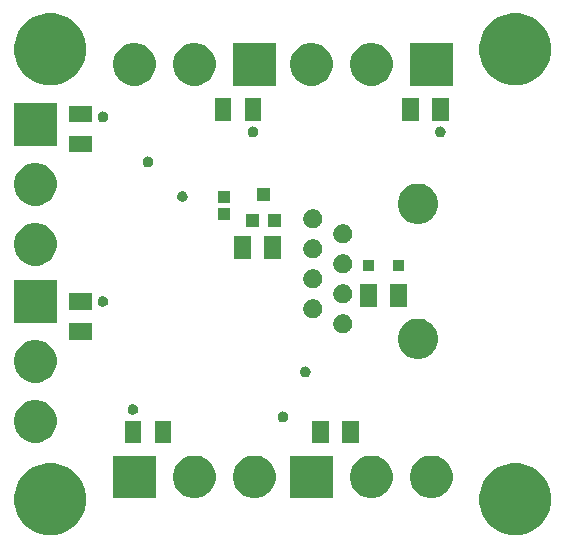
<source format=gbs>
G04 #@! TF.GenerationSoftware,KiCad,Pcbnew,(5.1.6)-1*
G04 #@! TF.CreationDate,2023-04-30T23:16:11+02:00*
G04 #@! TF.ProjectId,hub-1-wire,6875622d-312d-4776-9972-652e6b696361,rev?*
G04 #@! TF.SameCoordinates,Original*
G04 #@! TF.FileFunction,Soldermask,Bot*
G04 #@! TF.FilePolarity,Negative*
%FSLAX46Y46*%
G04 Gerber Fmt 4.6, Leading zero omitted, Abs format (unit mm)*
G04 Created by KiCad (PCBNEW (5.1.6)-1) date 2023-04-30 23:16:11*
%MOMM*%
%LPD*%
G01*
G04 APERTURE LIST*
%ADD10C,0.100000*%
G04 APERTURE END LIST*
D10*
G36*
X237109943Y-108826248D02*
G01*
X237665189Y-109056238D01*
X237665190Y-109056239D01*
X238164899Y-109390134D01*
X238589866Y-109815101D01*
X238589867Y-109815103D01*
X238923762Y-110314811D01*
X239153752Y-110870057D01*
X239271000Y-111459501D01*
X239271000Y-112060499D01*
X239153752Y-112649943D01*
X238923762Y-113205189D01*
X238923761Y-113205190D01*
X238589866Y-113704899D01*
X238164899Y-114129866D01*
X237913347Y-114297948D01*
X237665189Y-114463762D01*
X237109943Y-114693752D01*
X236520499Y-114811000D01*
X235919501Y-114811000D01*
X235330057Y-114693752D01*
X234774811Y-114463762D01*
X234526653Y-114297948D01*
X234275101Y-114129866D01*
X233850134Y-113704899D01*
X233516239Y-113205190D01*
X233516238Y-113205189D01*
X233286248Y-112649943D01*
X233169000Y-112060499D01*
X233169000Y-111459501D01*
X233286248Y-110870057D01*
X233516238Y-110314811D01*
X233850133Y-109815103D01*
X233850134Y-109815101D01*
X234275101Y-109390134D01*
X234774810Y-109056239D01*
X234774811Y-109056238D01*
X235330057Y-108826248D01*
X235919501Y-108709000D01*
X236520499Y-108709000D01*
X237109943Y-108826248D01*
G37*
G36*
X197739943Y-108826248D02*
G01*
X198295189Y-109056238D01*
X198295190Y-109056239D01*
X198794899Y-109390134D01*
X199219866Y-109815101D01*
X199219867Y-109815103D01*
X199553762Y-110314811D01*
X199783752Y-110870057D01*
X199901000Y-111459501D01*
X199901000Y-112060499D01*
X199783752Y-112649943D01*
X199553762Y-113205189D01*
X199553761Y-113205190D01*
X199219866Y-113704899D01*
X198794899Y-114129866D01*
X198543347Y-114297948D01*
X198295189Y-114463762D01*
X197739943Y-114693752D01*
X197150499Y-114811000D01*
X196549501Y-114811000D01*
X195960057Y-114693752D01*
X195404811Y-114463762D01*
X195156653Y-114297948D01*
X194905101Y-114129866D01*
X194480134Y-113704899D01*
X194146239Y-113205190D01*
X194146238Y-113205189D01*
X193916248Y-112649943D01*
X193799000Y-112060499D01*
X193799000Y-111459501D01*
X193916248Y-110870057D01*
X194146238Y-110314811D01*
X194480133Y-109815103D01*
X194480134Y-109815101D01*
X194905101Y-109390134D01*
X195404810Y-109056239D01*
X195404811Y-109056238D01*
X195960057Y-108826248D01*
X196549501Y-108709000D01*
X197150499Y-108709000D01*
X197739943Y-108826248D01*
G37*
G36*
X214647331Y-108123211D02*
G01*
X214975092Y-108258974D01*
X215270070Y-108456072D01*
X215520928Y-108706930D01*
X215718026Y-109001908D01*
X215853789Y-109329669D01*
X215923000Y-109677616D01*
X215923000Y-110032384D01*
X215853789Y-110380331D01*
X215718026Y-110708092D01*
X215520928Y-111003070D01*
X215270070Y-111253928D01*
X214975092Y-111451026D01*
X214647331Y-111586789D01*
X214299384Y-111656000D01*
X213944616Y-111656000D01*
X213596669Y-111586789D01*
X213268908Y-111451026D01*
X212973930Y-111253928D01*
X212723072Y-111003070D01*
X212525974Y-110708092D01*
X212390211Y-110380331D01*
X212321000Y-110032384D01*
X212321000Y-109677616D01*
X212390211Y-109329669D01*
X212525974Y-109001908D01*
X212723072Y-108706930D01*
X212973930Y-108456072D01*
X213268908Y-108258974D01*
X213596669Y-108123211D01*
X213944616Y-108054000D01*
X214299384Y-108054000D01*
X214647331Y-108123211D01*
G37*
G36*
X205763000Y-111656000D02*
G01*
X202161000Y-111656000D01*
X202161000Y-108054000D01*
X205763000Y-108054000D01*
X205763000Y-111656000D01*
G37*
G36*
X224553331Y-108123211D02*
G01*
X224881092Y-108258974D01*
X225176070Y-108456072D01*
X225426928Y-108706930D01*
X225624026Y-109001908D01*
X225759789Y-109329669D01*
X225829000Y-109677616D01*
X225829000Y-110032384D01*
X225759789Y-110380331D01*
X225624026Y-110708092D01*
X225426928Y-111003070D01*
X225176070Y-111253928D01*
X224881092Y-111451026D01*
X224553331Y-111586789D01*
X224205384Y-111656000D01*
X223850616Y-111656000D01*
X223502669Y-111586789D01*
X223174908Y-111451026D01*
X222879930Y-111253928D01*
X222629072Y-111003070D01*
X222431974Y-110708092D01*
X222296211Y-110380331D01*
X222227000Y-110032384D01*
X222227000Y-109677616D01*
X222296211Y-109329669D01*
X222431974Y-109001908D01*
X222629072Y-108706930D01*
X222879930Y-108456072D01*
X223174908Y-108258974D01*
X223502669Y-108123211D01*
X223850616Y-108054000D01*
X224205384Y-108054000D01*
X224553331Y-108123211D01*
G37*
G36*
X229633331Y-108123211D02*
G01*
X229961092Y-108258974D01*
X230256070Y-108456072D01*
X230506928Y-108706930D01*
X230704026Y-109001908D01*
X230839789Y-109329669D01*
X230909000Y-109677616D01*
X230909000Y-110032384D01*
X230839789Y-110380331D01*
X230704026Y-110708092D01*
X230506928Y-111003070D01*
X230256070Y-111253928D01*
X229961092Y-111451026D01*
X229633331Y-111586789D01*
X229285384Y-111656000D01*
X228930616Y-111656000D01*
X228582669Y-111586789D01*
X228254908Y-111451026D01*
X227959930Y-111253928D01*
X227709072Y-111003070D01*
X227511974Y-110708092D01*
X227376211Y-110380331D01*
X227307000Y-110032384D01*
X227307000Y-109677616D01*
X227376211Y-109329669D01*
X227511974Y-109001908D01*
X227709072Y-108706930D01*
X227959930Y-108456072D01*
X228254908Y-108258974D01*
X228582669Y-108123211D01*
X228930616Y-108054000D01*
X229285384Y-108054000D01*
X229633331Y-108123211D01*
G37*
G36*
X220749000Y-111656000D02*
G01*
X217147000Y-111656000D01*
X217147000Y-108054000D01*
X220749000Y-108054000D01*
X220749000Y-111656000D01*
G37*
G36*
X209567331Y-108123211D02*
G01*
X209895092Y-108258974D01*
X210190070Y-108456072D01*
X210440928Y-108706930D01*
X210638026Y-109001908D01*
X210773789Y-109329669D01*
X210843000Y-109677616D01*
X210843000Y-110032384D01*
X210773789Y-110380331D01*
X210638026Y-110708092D01*
X210440928Y-111003070D01*
X210190070Y-111253928D01*
X209895092Y-111451026D01*
X209567331Y-111586789D01*
X209219384Y-111656000D01*
X208864616Y-111656000D01*
X208516669Y-111586789D01*
X208188908Y-111451026D01*
X207893930Y-111253928D01*
X207643072Y-111003070D01*
X207445974Y-110708092D01*
X207310211Y-110380331D01*
X207241000Y-110032384D01*
X207241000Y-109677616D01*
X207310211Y-109329669D01*
X207445974Y-109001908D01*
X207643072Y-108706930D01*
X207893930Y-108456072D01*
X208188908Y-108258974D01*
X208516669Y-108123211D01*
X208864616Y-108054000D01*
X209219384Y-108054000D01*
X209567331Y-108123211D01*
G37*
G36*
X204536000Y-106996000D02*
G01*
X203134000Y-106996000D01*
X203134000Y-105094000D01*
X204536000Y-105094000D01*
X204536000Y-106996000D01*
G37*
G36*
X222951000Y-106996000D02*
G01*
X221549000Y-106996000D01*
X221549000Y-105094000D01*
X222951000Y-105094000D01*
X222951000Y-106996000D01*
G37*
G36*
X220411000Y-106996000D02*
G01*
X219009000Y-106996000D01*
X219009000Y-105094000D01*
X220411000Y-105094000D01*
X220411000Y-106996000D01*
G37*
G36*
X207076000Y-106996000D02*
G01*
X205674000Y-106996000D01*
X205674000Y-105094000D01*
X207076000Y-105094000D01*
X207076000Y-106996000D01*
G37*
G36*
X196105331Y-103424211D02*
G01*
X196433092Y-103559974D01*
X196728070Y-103757072D01*
X196978928Y-104007930D01*
X197176026Y-104302908D01*
X197311789Y-104630669D01*
X197381000Y-104978616D01*
X197381000Y-105333384D01*
X197311789Y-105681331D01*
X197176026Y-106009092D01*
X196978928Y-106304070D01*
X196728070Y-106554928D01*
X196433092Y-106752026D01*
X196105331Y-106887789D01*
X195757384Y-106957000D01*
X195402616Y-106957000D01*
X195054669Y-106887789D01*
X194726908Y-106752026D01*
X194431930Y-106554928D01*
X194181072Y-106304070D01*
X193983974Y-106009092D01*
X193848211Y-105681331D01*
X193779000Y-105333384D01*
X193779000Y-104978616D01*
X193848211Y-104630669D01*
X193983974Y-104302908D01*
X194181072Y-104007930D01*
X194431930Y-103757072D01*
X194726908Y-103559974D01*
X195054669Y-103424211D01*
X195402616Y-103355000D01*
X195757384Y-103355000D01*
X196105331Y-103424211D01*
G37*
G36*
X216666552Y-104341331D02*
G01*
X216748627Y-104375328D01*
X216748629Y-104375329D01*
X216785813Y-104400175D01*
X216822495Y-104424685D01*
X216885315Y-104487505D01*
X216934672Y-104561373D01*
X216968669Y-104643448D01*
X216986000Y-104730579D01*
X216986000Y-104819421D01*
X216968669Y-104906552D01*
X216938818Y-104978617D01*
X216934671Y-104988629D01*
X216885314Y-105062496D01*
X216822496Y-105125314D01*
X216748629Y-105174671D01*
X216748628Y-105174672D01*
X216748627Y-105174672D01*
X216666552Y-105208669D01*
X216579421Y-105226000D01*
X216490579Y-105226000D01*
X216403448Y-105208669D01*
X216321373Y-105174672D01*
X216321372Y-105174672D01*
X216321371Y-105174671D01*
X216247504Y-105125314D01*
X216184686Y-105062496D01*
X216135329Y-104988629D01*
X216131182Y-104978617D01*
X216101331Y-104906552D01*
X216084000Y-104819421D01*
X216084000Y-104730579D01*
X216101331Y-104643448D01*
X216135328Y-104561373D01*
X216184685Y-104487505D01*
X216247505Y-104424685D01*
X216284187Y-104400175D01*
X216321371Y-104375329D01*
X216321373Y-104375328D01*
X216403448Y-104341331D01*
X216490579Y-104324000D01*
X216579421Y-104324000D01*
X216666552Y-104341331D01*
G37*
G36*
X203966552Y-103706331D02*
G01*
X204048627Y-103740328D01*
X204048629Y-103740329D01*
X204073686Y-103757072D01*
X204122495Y-103789685D01*
X204185315Y-103852505D01*
X204234672Y-103926373D01*
X204268669Y-104008448D01*
X204286000Y-104095579D01*
X204286000Y-104184421D01*
X204268669Y-104271552D01*
X204234672Y-104353627D01*
X204187193Y-104424685D01*
X204185314Y-104427496D01*
X204122496Y-104490314D01*
X204048629Y-104539671D01*
X204048628Y-104539672D01*
X204048627Y-104539672D01*
X203966552Y-104573669D01*
X203879421Y-104591000D01*
X203790579Y-104591000D01*
X203703448Y-104573669D01*
X203621373Y-104539672D01*
X203621372Y-104539672D01*
X203621371Y-104539671D01*
X203547504Y-104490314D01*
X203484686Y-104427496D01*
X203482808Y-104424685D01*
X203435328Y-104353627D01*
X203401331Y-104271552D01*
X203384000Y-104184421D01*
X203384000Y-104095579D01*
X203401331Y-104008448D01*
X203435328Y-103926373D01*
X203484685Y-103852505D01*
X203547505Y-103789685D01*
X203596314Y-103757072D01*
X203621371Y-103740329D01*
X203621373Y-103740328D01*
X203703448Y-103706331D01*
X203790579Y-103689000D01*
X203879421Y-103689000D01*
X203966552Y-103706331D01*
G37*
G36*
X196105331Y-98344211D02*
G01*
X196433092Y-98479974D01*
X196728070Y-98677072D01*
X196978928Y-98927930D01*
X197176026Y-99222908D01*
X197311789Y-99550669D01*
X197381000Y-99898616D01*
X197381000Y-100253384D01*
X197311789Y-100601331D01*
X197176026Y-100929092D01*
X196978928Y-101224070D01*
X196728070Y-101474928D01*
X196433092Y-101672026D01*
X196105331Y-101807789D01*
X195757384Y-101877000D01*
X195402616Y-101877000D01*
X195054669Y-101807789D01*
X194726908Y-101672026D01*
X194431930Y-101474928D01*
X194181072Y-101224070D01*
X193983974Y-100929092D01*
X193848211Y-100601331D01*
X193779000Y-100253384D01*
X193779000Y-99898616D01*
X193848211Y-99550669D01*
X193983974Y-99222908D01*
X194181072Y-98927930D01*
X194431930Y-98677072D01*
X194726908Y-98479974D01*
X195054669Y-98344211D01*
X195402616Y-98275000D01*
X195757384Y-98275000D01*
X196105331Y-98344211D01*
G37*
G36*
X218571552Y-100531331D02*
G01*
X218653627Y-100565328D01*
X218653629Y-100565329D01*
X218690813Y-100590175D01*
X218727495Y-100614685D01*
X218790315Y-100677505D01*
X218839672Y-100751373D01*
X218873669Y-100833448D01*
X218891000Y-100920579D01*
X218891000Y-101009421D01*
X218873669Y-101096552D01*
X218839672Y-101178627D01*
X218839671Y-101178629D01*
X218790314Y-101252496D01*
X218727496Y-101315314D01*
X218653629Y-101364671D01*
X218653628Y-101364672D01*
X218653627Y-101364672D01*
X218571552Y-101398669D01*
X218484421Y-101416000D01*
X218395579Y-101416000D01*
X218308448Y-101398669D01*
X218226373Y-101364672D01*
X218226372Y-101364672D01*
X218226371Y-101364671D01*
X218152504Y-101315314D01*
X218089686Y-101252496D01*
X218040329Y-101178629D01*
X218040328Y-101178627D01*
X218006331Y-101096552D01*
X217989000Y-101009421D01*
X217989000Y-100920579D01*
X218006331Y-100833448D01*
X218040328Y-100751373D01*
X218089685Y-100677505D01*
X218152505Y-100614685D01*
X218189187Y-100590175D01*
X218226371Y-100565329D01*
X218226373Y-100565328D01*
X218308448Y-100531331D01*
X218395579Y-100514000D01*
X218484421Y-100514000D01*
X218571552Y-100531331D01*
G37*
G36*
X228461162Y-96536368D02*
G01*
X228770724Y-96664593D01*
X228863170Y-96726363D01*
X229049324Y-96850747D01*
X229286253Y-97087676D01*
X229316966Y-97133642D01*
X229472407Y-97366276D01*
X229600632Y-97675838D01*
X229666000Y-98004465D01*
X229666000Y-98339535D01*
X229600632Y-98668162D01*
X229472407Y-98977724D01*
X229472406Y-98977725D01*
X229286253Y-99256324D01*
X229049324Y-99493253D01*
X228963394Y-99550669D01*
X228770724Y-99679407D01*
X228461162Y-99807632D01*
X228132535Y-99873000D01*
X227797465Y-99873000D01*
X227468838Y-99807632D01*
X227159276Y-99679407D01*
X226966606Y-99550669D01*
X226880676Y-99493253D01*
X226643747Y-99256324D01*
X226457594Y-98977725D01*
X226457593Y-98977724D01*
X226329368Y-98668162D01*
X226264000Y-98339535D01*
X226264000Y-98004465D01*
X226329368Y-97675838D01*
X226457593Y-97366276D01*
X226613034Y-97133642D01*
X226643747Y-97087676D01*
X226880676Y-96850747D01*
X227066830Y-96726363D01*
X227159276Y-96664593D01*
X227468838Y-96536368D01*
X227797465Y-96471000D01*
X228132535Y-96471000D01*
X228461162Y-96536368D01*
G37*
G36*
X200341000Y-98237000D02*
G01*
X198439000Y-98237000D01*
X198439000Y-96835000D01*
X200341000Y-96835000D01*
X200341000Y-98237000D01*
G37*
G36*
X221848642Y-96129781D02*
G01*
X221994414Y-96190162D01*
X221994416Y-96190163D01*
X222125608Y-96277822D01*
X222237178Y-96389392D01*
X222244412Y-96400219D01*
X222324838Y-96520586D01*
X222385219Y-96666358D01*
X222416000Y-96821107D01*
X222416000Y-96978893D01*
X222385219Y-97133642D01*
X222324838Y-97279414D01*
X222324837Y-97279416D01*
X222237178Y-97410608D01*
X222125608Y-97522178D01*
X221994416Y-97609837D01*
X221994415Y-97609838D01*
X221994414Y-97609838D01*
X221848642Y-97670219D01*
X221693893Y-97701000D01*
X221536107Y-97701000D01*
X221381358Y-97670219D01*
X221235586Y-97609838D01*
X221235585Y-97609838D01*
X221235584Y-97609837D01*
X221104392Y-97522178D01*
X220992822Y-97410608D01*
X220905163Y-97279416D01*
X220905162Y-97279414D01*
X220844781Y-97133642D01*
X220814000Y-96978893D01*
X220814000Y-96821107D01*
X220844781Y-96666358D01*
X220905162Y-96520586D01*
X220985588Y-96400219D01*
X220992822Y-96389392D01*
X221104392Y-96277822D01*
X221235584Y-96190163D01*
X221235586Y-96190162D01*
X221381358Y-96129781D01*
X221536107Y-96099000D01*
X221693893Y-96099000D01*
X221848642Y-96129781D01*
G37*
G36*
X197381000Y-96797000D02*
G01*
X193779000Y-96797000D01*
X193779000Y-93195000D01*
X197381000Y-93195000D01*
X197381000Y-96797000D01*
G37*
G36*
X219308642Y-94859781D02*
G01*
X219454414Y-94920162D01*
X219454416Y-94920163D01*
X219585608Y-95007822D01*
X219697178Y-95119392D01*
X219757472Y-95209629D01*
X219784838Y-95250586D01*
X219845219Y-95396358D01*
X219876000Y-95551107D01*
X219876000Y-95708893D01*
X219845219Y-95863642D01*
X219784838Y-96009414D01*
X219784837Y-96009416D01*
X219697178Y-96140608D01*
X219585608Y-96252178D01*
X219454416Y-96339837D01*
X219454415Y-96339838D01*
X219454414Y-96339838D01*
X219308642Y-96400219D01*
X219153893Y-96431000D01*
X218996107Y-96431000D01*
X218841358Y-96400219D01*
X218695586Y-96339838D01*
X218695585Y-96339838D01*
X218695584Y-96339837D01*
X218564392Y-96252178D01*
X218452822Y-96140608D01*
X218365163Y-96009416D01*
X218365162Y-96009414D01*
X218304781Y-95863642D01*
X218274000Y-95708893D01*
X218274000Y-95551107D01*
X218304781Y-95396358D01*
X218365162Y-95250586D01*
X218392528Y-95209629D01*
X218452822Y-95119392D01*
X218564392Y-95007822D01*
X218695584Y-94920163D01*
X218695586Y-94920162D01*
X218841358Y-94859781D01*
X218996107Y-94829000D01*
X219153893Y-94829000D01*
X219308642Y-94859781D01*
G37*
G36*
X200341000Y-95697000D02*
G01*
X198439000Y-95697000D01*
X198439000Y-94295000D01*
X200341000Y-94295000D01*
X200341000Y-95697000D01*
G37*
G36*
X201426552Y-94562331D02*
G01*
X201508627Y-94596328D01*
X201508629Y-94596329D01*
X201545813Y-94621175D01*
X201582495Y-94645685D01*
X201645315Y-94708505D01*
X201694672Y-94782373D01*
X201728669Y-94864448D01*
X201746000Y-94951579D01*
X201746000Y-95040421D01*
X201728669Y-95127552D01*
X201714814Y-95161000D01*
X201694671Y-95209629D01*
X201645314Y-95283496D01*
X201582496Y-95346314D01*
X201508629Y-95395671D01*
X201508628Y-95395672D01*
X201508627Y-95395672D01*
X201426552Y-95429669D01*
X201339421Y-95447000D01*
X201250579Y-95447000D01*
X201163448Y-95429669D01*
X201081373Y-95395672D01*
X201081372Y-95395672D01*
X201081371Y-95395671D01*
X201007504Y-95346314D01*
X200944686Y-95283496D01*
X200895329Y-95209629D01*
X200875186Y-95161000D01*
X200861331Y-95127552D01*
X200844000Y-95040421D01*
X200844000Y-94951579D01*
X200861331Y-94864448D01*
X200895328Y-94782373D01*
X200944685Y-94708505D01*
X201007505Y-94645685D01*
X201044187Y-94621175D01*
X201081371Y-94596329D01*
X201081373Y-94596328D01*
X201163448Y-94562331D01*
X201250579Y-94545000D01*
X201339421Y-94545000D01*
X201426552Y-94562331D01*
G37*
G36*
X224475000Y-95439000D02*
G01*
X223073000Y-95439000D01*
X223073000Y-93537000D01*
X224475000Y-93537000D01*
X224475000Y-95439000D01*
G37*
G36*
X227015000Y-95439000D02*
G01*
X225613000Y-95439000D01*
X225613000Y-93537000D01*
X227015000Y-93537000D01*
X227015000Y-95439000D01*
G37*
G36*
X221848642Y-93589781D02*
G01*
X221994414Y-93650162D01*
X221994416Y-93650163D01*
X222125608Y-93737822D01*
X222237178Y-93849392D01*
X222244412Y-93860219D01*
X222324838Y-93980586D01*
X222385219Y-94126358D01*
X222416000Y-94281107D01*
X222416000Y-94438893D01*
X222385219Y-94593642D01*
X222337641Y-94708504D01*
X222324837Y-94739416D01*
X222237178Y-94870608D01*
X222125608Y-94982178D01*
X221994416Y-95069837D01*
X221994415Y-95069838D01*
X221994414Y-95069838D01*
X221848642Y-95130219D01*
X221693893Y-95161000D01*
X221536107Y-95161000D01*
X221381358Y-95130219D01*
X221235586Y-95069838D01*
X221235585Y-95069838D01*
X221235584Y-95069837D01*
X221104392Y-94982178D01*
X220992822Y-94870608D01*
X220905163Y-94739416D01*
X220892359Y-94708504D01*
X220844781Y-94593642D01*
X220814000Y-94438893D01*
X220814000Y-94281107D01*
X220844781Y-94126358D01*
X220905162Y-93980586D01*
X220985588Y-93860219D01*
X220992822Y-93849392D01*
X221104392Y-93737822D01*
X221235584Y-93650163D01*
X221235586Y-93650162D01*
X221381358Y-93589781D01*
X221536107Y-93559000D01*
X221693893Y-93559000D01*
X221848642Y-93589781D01*
G37*
G36*
X219308642Y-92319781D02*
G01*
X219454414Y-92380162D01*
X219454416Y-92380163D01*
X219585608Y-92467822D01*
X219697178Y-92579392D01*
X219704412Y-92590219D01*
X219784838Y-92710586D01*
X219845219Y-92856358D01*
X219876000Y-93011107D01*
X219876000Y-93168893D01*
X219845219Y-93323642D01*
X219784838Y-93469414D01*
X219784837Y-93469416D01*
X219697178Y-93600608D01*
X219585608Y-93712178D01*
X219454416Y-93799837D01*
X219454415Y-93799838D01*
X219454414Y-93799838D01*
X219308642Y-93860219D01*
X219153893Y-93891000D01*
X218996107Y-93891000D01*
X218841358Y-93860219D01*
X218695586Y-93799838D01*
X218695585Y-93799838D01*
X218695584Y-93799837D01*
X218564392Y-93712178D01*
X218452822Y-93600608D01*
X218365163Y-93469416D01*
X218365162Y-93469414D01*
X218304781Y-93323642D01*
X218274000Y-93168893D01*
X218274000Y-93011107D01*
X218304781Y-92856358D01*
X218365162Y-92710586D01*
X218445588Y-92590219D01*
X218452822Y-92579392D01*
X218564392Y-92467822D01*
X218695584Y-92380163D01*
X218695586Y-92380162D01*
X218841358Y-92319781D01*
X218996107Y-92289000D01*
X219153893Y-92289000D01*
X219308642Y-92319781D01*
G37*
G36*
X221848642Y-91049781D02*
G01*
X221994414Y-91110162D01*
X221994416Y-91110163D01*
X222125608Y-91197822D01*
X222237178Y-91309392D01*
X222324837Y-91440584D01*
X222324838Y-91440586D01*
X222385219Y-91586358D01*
X222416000Y-91741107D01*
X222416000Y-91898893D01*
X222385219Y-92053642D01*
X222324838Y-92199414D01*
X222324837Y-92199416D01*
X222237178Y-92330608D01*
X222125608Y-92442178D01*
X221994416Y-92529837D01*
X221994415Y-92529838D01*
X221994414Y-92529838D01*
X221848642Y-92590219D01*
X221693893Y-92621000D01*
X221536107Y-92621000D01*
X221381358Y-92590219D01*
X221235586Y-92529838D01*
X221235585Y-92529838D01*
X221235584Y-92529837D01*
X221104392Y-92442178D01*
X220992822Y-92330608D01*
X220905163Y-92199416D01*
X220905162Y-92199414D01*
X220844781Y-92053642D01*
X220814000Y-91898893D01*
X220814000Y-91741107D01*
X220844781Y-91586358D01*
X220905162Y-91440586D01*
X220905163Y-91440584D01*
X220992822Y-91309392D01*
X221104392Y-91197822D01*
X221235584Y-91110163D01*
X221235586Y-91110162D01*
X221381358Y-91049781D01*
X221536107Y-91019000D01*
X221693893Y-91019000D01*
X221848642Y-91049781D01*
G37*
G36*
X226765000Y-92399000D02*
G01*
X225863000Y-92399000D01*
X225863000Y-91497000D01*
X226765000Y-91497000D01*
X226765000Y-92399000D01*
G37*
G36*
X224225000Y-92399000D02*
G01*
X223323000Y-92399000D01*
X223323000Y-91497000D01*
X224225000Y-91497000D01*
X224225000Y-92399000D01*
G37*
G36*
X196105331Y-88438211D02*
G01*
X196433092Y-88573974D01*
X196728070Y-88771072D01*
X196978928Y-89021930D01*
X197176026Y-89316908D01*
X197311789Y-89644669D01*
X197381000Y-89992616D01*
X197381000Y-90347384D01*
X197311789Y-90695331D01*
X197176026Y-91023092D01*
X196978928Y-91318070D01*
X196728070Y-91568928D01*
X196433092Y-91766026D01*
X196105331Y-91901789D01*
X195757384Y-91971000D01*
X195402616Y-91971000D01*
X195054669Y-91901789D01*
X194726908Y-91766026D01*
X194431930Y-91568928D01*
X194181072Y-91318070D01*
X193983974Y-91023092D01*
X193848211Y-90695331D01*
X193779000Y-90347384D01*
X193779000Y-89992616D01*
X193848211Y-89644669D01*
X193983974Y-89316908D01*
X194181072Y-89021930D01*
X194431930Y-88771072D01*
X194726908Y-88573974D01*
X195054669Y-88438211D01*
X195402616Y-88369000D01*
X195757384Y-88369000D01*
X196105331Y-88438211D01*
G37*
G36*
X213807000Y-91375000D02*
G01*
X212405000Y-91375000D01*
X212405000Y-89473000D01*
X213807000Y-89473000D01*
X213807000Y-91375000D01*
G37*
G36*
X216347000Y-91375000D02*
G01*
X214945000Y-91375000D01*
X214945000Y-89473000D01*
X216347000Y-89473000D01*
X216347000Y-91375000D01*
G37*
G36*
X219308642Y-89779781D02*
G01*
X219454414Y-89840162D01*
X219454416Y-89840163D01*
X219585608Y-89927822D01*
X219697178Y-90039392D01*
X219704412Y-90050219D01*
X219784838Y-90170586D01*
X219845219Y-90316358D01*
X219876000Y-90471107D01*
X219876000Y-90628893D01*
X219845219Y-90783642D01*
X219784838Y-90929414D01*
X219784837Y-90929416D01*
X219697178Y-91060608D01*
X219585608Y-91172178D01*
X219454416Y-91259837D01*
X219454415Y-91259838D01*
X219454414Y-91259838D01*
X219308642Y-91320219D01*
X219153893Y-91351000D01*
X218996107Y-91351000D01*
X218841358Y-91320219D01*
X218695586Y-91259838D01*
X218695585Y-91259838D01*
X218695584Y-91259837D01*
X218564392Y-91172178D01*
X218452822Y-91060608D01*
X218365163Y-90929416D01*
X218365162Y-90929414D01*
X218304781Y-90783642D01*
X218274000Y-90628893D01*
X218274000Y-90471107D01*
X218304781Y-90316358D01*
X218365162Y-90170586D01*
X218445588Y-90050219D01*
X218452822Y-90039392D01*
X218564392Y-89927822D01*
X218695584Y-89840163D01*
X218695586Y-89840162D01*
X218841358Y-89779781D01*
X218996107Y-89749000D01*
X219153893Y-89749000D01*
X219308642Y-89779781D01*
G37*
G36*
X221848642Y-88509781D02*
G01*
X221994414Y-88570162D01*
X221994416Y-88570163D01*
X222125608Y-88657822D01*
X222237178Y-88769392D01*
X222244412Y-88780219D01*
X222324838Y-88900586D01*
X222385219Y-89046358D01*
X222416000Y-89201107D01*
X222416000Y-89358893D01*
X222385219Y-89513642D01*
X222324838Y-89659414D01*
X222324837Y-89659416D01*
X222237178Y-89790608D01*
X222125608Y-89902178D01*
X221994416Y-89989837D01*
X221994415Y-89989838D01*
X221994414Y-89989838D01*
X221848642Y-90050219D01*
X221693893Y-90081000D01*
X221536107Y-90081000D01*
X221381358Y-90050219D01*
X221235586Y-89989838D01*
X221235585Y-89989838D01*
X221235584Y-89989837D01*
X221104392Y-89902178D01*
X220992822Y-89790608D01*
X220905163Y-89659416D01*
X220905162Y-89659414D01*
X220844781Y-89513642D01*
X220814000Y-89358893D01*
X220814000Y-89201107D01*
X220844781Y-89046358D01*
X220905162Y-88900586D01*
X220985588Y-88780219D01*
X220992822Y-88769392D01*
X221104392Y-88657822D01*
X221235584Y-88570163D01*
X221235586Y-88570162D01*
X221381358Y-88509781D01*
X221536107Y-88479000D01*
X221693893Y-88479000D01*
X221848642Y-88509781D01*
G37*
G36*
X219308642Y-87239781D02*
G01*
X219454414Y-87300162D01*
X219454416Y-87300163D01*
X219585608Y-87387822D01*
X219697178Y-87499392D01*
X219784837Y-87630584D01*
X219784838Y-87630586D01*
X219845219Y-87776358D01*
X219876000Y-87931107D01*
X219876000Y-88088893D01*
X219845219Y-88243642D01*
X219843659Y-88247407D01*
X219784837Y-88389416D01*
X219697178Y-88520608D01*
X219585608Y-88632178D01*
X219454416Y-88719837D01*
X219454415Y-88719838D01*
X219454414Y-88719838D01*
X219308642Y-88780219D01*
X219153893Y-88811000D01*
X218996107Y-88811000D01*
X218841358Y-88780219D01*
X218695586Y-88719838D01*
X218695585Y-88719838D01*
X218695584Y-88719837D01*
X218564392Y-88632178D01*
X218452822Y-88520608D01*
X218365163Y-88389416D01*
X218306341Y-88247407D01*
X218304781Y-88243642D01*
X218274000Y-88088893D01*
X218274000Y-87931107D01*
X218304781Y-87776358D01*
X218365162Y-87630586D01*
X218365163Y-87630584D01*
X218452822Y-87499392D01*
X218564392Y-87387822D01*
X218695584Y-87300163D01*
X218695586Y-87300162D01*
X218841358Y-87239781D01*
X218996107Y-87209000D01*
X219153893Y-87209000D01*
X219308642Y-87239781D01*
G37*
G36*
X216385000Y-88673000D02*
G01*
X215283000Y-88673000D01*
X215283000Y-87571000D01*
X216385000Y-87571000D01*
X216385000Y-88673000D01*
G37*
G36*
X214485000Y-88673000D02*
G01*
X213383000Y-88673000D01*
X213383000Y-87571000D01*
X214485000Y-87571000D01*
X214485000Y-88673000D01*
G37*
G36*
X228461162Y-85104368D02*
G01*
X228770724Y-85232593D01*
X228770725Y-85232594D01*
X229049324Y-85418747D01*
X229286253Y-85655676D01*
X229353077Y-85755686D01*
X229472407Y-85934276D01*
X229600632Y-86243838D01*
X229666000Y-86572465D01*
X229666000Y-86907535D01*
X229600632Y-87236162D01*
X229472407Y-87545724D01*
X229472406Y-87545725D01*
X229286253Y-87824324D01*
X229049324Y-88061253D01*
X229000314Y-88094000D01*
X228770724Y-88247407D01*
X228461162Y-88375632D01*
X228132535Y-88441000D01*
X227797465Y-88441000D01*
X227468838Y-88375632D01*
X227159276Y-88247407D01*
X226929686Y-88094000D01*
X226880676Y-88061253D01*
X226643747Y-87824324D01*
X226457594Y-87545725D01*
X226457593Y-87545724D01*
X226329368Y-87236162D01*
X226264000Y-86907535D01*
X226264000Y-86572465D01*
X226329368Y-86243838D01*
X226457593Y-85934276D01*
X226576923Y-85755686D01*
X226643747Y-85655676D01*
X226880676Y-85418747D01*
X227159275Y-85232594D01*
X227159276Y-85232593D01*
X227468838Y-85104368D01*
X227797465Y-85039000D01*
X228132535Y-85039000D01*
X228461162Y-85104368D01*
G37*
G36*
X212083000Y-88094000D02*
G01*
X211081000Y-88094000D01*
X211081000Y-87092000D01*
X212083000Y-87092000D01*
X212083000Y-88094000D01*
G37*
G36*
X196105331Y-83358211D02*
G01*
X196433092Y-83493974D01*
X196728070Y-83691072D01*
X196978928Y-83941930D01*
X197176026Y-84236908D01*
X197311789Y-84564669D01*
X197381000Y-84912616D01*
X197381000Y-85267384D01*
X197311789Y-85615331D01*
X197176026Y-85943092D01*
X196978928Y-86238070D01*
X196728070Y-86488928D01*
X196433092Y-86686026D01*
X196105331Y-86821789D01*
X195757384Y-86891000D01*
X195402616Y-86891000D01*
X195054669Y-86821789D01*
X194726908Y-86686026D01*
X194431930Y-86488928D01*
X194181072Y-86238070D01*
X193983974Y-85943092D01*
X193848211Y-85615331D01*
X193779000Y-85267384D01*
X193779000Y-84912616D01*
X193848211Y-84564669D01*
X193983974Y-84236908D01*
X194181072Y-83941930D01*
X194431930Y-83691072D01*
X194726908Y-83493974D01*
X195054669Y-83358211D01*
X195402616Y-83289000D01*
X195757384Y-83289000D01*
X196105331Y-83358211D01*
G37*
G36*
X212083000Y-86644000D02*
G01*
X211081000Y-86644000D01*
X211081000Y-85642000D01*
X212083000Y-85642000D01*
X212083000Y-86644000D01*
G37*
G36*
X208157552Y-85672331D02*
G01*
X208239627Y-85706328D01*
X208239629Y-85706329D01*
X208276813Y-85731175D01*
X208313495Y-85755685D01*
X208376315Y-85818505D01*
X208425672Y-85892373D01*
X208459669Y-85974448D01*
X208477000Y-86061579D01*
X208477000Y-86150421D01*
X208459669Y-86237552D01*
X208425672Y-86319627D01*
X208425671Y-86319629D01*
X208376314Y-86393496D01*
X208313496Y-86456314D01*
X208239629Y-86505671D01*
X208239628Y-86505672D01*
X208239627Y-86505672D01*
X208157552Y-86539669D01*
X208070421Y-86557000D01*
X207981579Y-86557000D01*
X207894448Y-86539669D01*
X207812373Y-86505672D01*
X207812372Y-86505672D01*
X207812371Y-86505671D01*
X207738504Y-86456314D01*
X207675686Y-86393496D01*
X207626329Y-86319629D01*
X207626328Y-86319627D01*
X207592331Y-86237552D01*
X207575000Y-86150421D01*
X207575000Y-86061579D01*
X207592331Y-85974448D01*
X207626328Y-85892373D01*
X207675685Y-85818505D01*
X207738505Y-85755685D01*
X207775187Y-85731175D01*
X207812371Y-85706329D01*
X207812373Y-85706328D01*
X207894448Y-85672331D01*
X207981579Y-85655000D01*
X208070421Y-85655000D01*
X208157552Y-85672331D01*
G37*
G36*
X215435000Y-86473000D02*
G01*
X214333000Y-86473000D01*
X214333000Y-85371000D01*
X215435000Y-85371000D01*
X215435000Y-86473000D01*
G37*
G36*
X205236552Y-82751331D02*
G01*
X205318627Y-82785328D01*
X205318629Y-82785329D01*
X205355813Y-82810175D01*
X205392495Y-82834685D01*
X205455315Y-82897505D01*
X205504672Y-82971373D01*
X205538669Y-83053448D01*
X205556000Y-83140579D01*
X205556000Y-83229421D01*
X205538669Y-83316552D01*
X205504672Y-83398627D01*
X205504671Y-83398629D01*
X205455314Y-83472496D01*
X205392496Y-83535314D01*
X205318629Y-83584671D01*
X205318628Y-83584672D01*
X205318627Y-83584672D01*
X205236552Y-83618669D01*
X205149421Y-83636000D01*
X205060579Y-83636000D01*
X204973448Y-83618669D01*
X204891373Y-83584672D01*
X204891372Y-83584672D01*
X204891371Y-83584671D01*
X204817504Y-83535314D01*
X204754686Y-83472496D01*
X204705329Y-83398629D01*
X204705328Y-83398627D01*
X204671331Y-83316552D01*
X204654000Y-83229421D01*
X204654000Y-83140579D01*
X204671331Y-83053448D01*
X204705328Y-82971373D01*
X204754685Y-82897505D01*
X204817505Y-82834685D01*
X204854187Y-82810175D01*
X204891371Y-82785329D01*
X204891373Y-82785328D01*
X204973448Y-82751331D01*
X205060579Y-82734000D01*
X205149421Y-82734000D01*
X205236552Y-82751331D01*
G37*
G36*
X200341000Y-82362000D02*
G01*
X198439000Y-82362000D01*
X198439000Y-80960000D01*
X200341000Y-80960000D01*
X200341000Y-82362000D01*
G37*
G36*
X197381000Y-81811000D02*
G01*
X193779000Y-81811000D01*
X193779000Y-78209000D01*
X197381000Y-78209000D01*
X197381000Y-81811000D01*
G37*
G36*
X214126552Y-80211331D02*
G01*
X214208627Y-80245328D01*
X214208629Y-80245329D01*
X214245813Y-80270175D01*
X214282495Y-80294685D01*
X214345315Y-80357505D01*
X214394672Y-80431373D01*
X214428669Y-80513448D01*
X214446000Y-80600579D01*
X214446000Y-80689421D01*
X214428669Y-80776552D01*
X214394672Y-80858627D01*
X214394671Y-80858629D01*
X214345314Y-80932496D01*
X214282496Y-80995314D01*
X214208629Y-81044671D01*
X214208628Y-81044672D01*
X214208627Y-81044672D01*
X214126552Y-81078669D01*
X214039421Y-81096000D01*
X213950579Y-81096000D01*
X213863448Y-81078669D01*
X213781373Y-81044672D01*
X213781372Y-81044672D01*
X213781371Y-81044671D01*
X213707504Y-80995314D01*
X213644686Y-80932496D01*
X213595329Y-80858629D01*
X213595328Y-80858627D01*
X213561331Y-80776552D01*
X213544000Y-80689421D01*
X213544000Y-80600579D01*
X213561331Y-80513448D01*
X213595328Y-80431373D01*
X213644685Y-80357505D01*
X213707505Y-80294685D01*
X213744187Y-80270175D01*
X213781371Y-80245329D01*
X213781373Y-80245328D01*
X213863448Y-80211331D01*
X213950579Y-80194000D01*
X214039421Y-80194000D01*
X214126552Y-80211331D01*
G37*
G36*
X230001552Y-80211331D02*
G01*
X230083627Y-80245328D01*
X230083629Y-80245329D01*
X230120813Y-80270175D01*
X230157495Y-80294685D01*
X230220315Y-80357505D01*
X230269672Y-80431373D01*
X230303669Y-80513448D01*
X230321000Y-80600579D01*
X230321000Y-80689421D01*
X230303669Y-80776552D01*
X230269672Y-80858627D01*
X230269671Y-80858629D01*
X230220314Y-80932496D01*
X230157496Y-80995314D01*
X230083629Y-81044671D01*
X230083628Y-81044672D01*
X230083627Y-81044672D01*
X230001552Y-81078669D01*
X229914421Y-81096000D01*
X229825579Y-81096000D01*
X229738448Y-81078669D01*
X229656373Y-81044672D01*
X229656372Y-81044672D01*
X229656371Y-81044671D01*
X229582504Y-80995314D01*
X229519686Y-80932496D01*
X229470329Y-80858629D01*
X229470328Y-80858627D01*
X229436331Y-80776552D01*
X229419000Y-80689421D01*
X229419000Y-80600579D01*
X229436331Y-80513448D01*
X229470328Y-80431373D01*
X229519685Y-80357505D01*
X229582505Y-80294685D01*
X229619187Y-80270175D01*
X229656371Y-80245329D01*
X229656373Y-80245328D01*
X229738448Y-80211331D01*
X229825579Y-80194000D01*
X229914421Y-80194000D01*
X230001552Y-80211331D01*
G37*
G36*
X201426552Y-78941331D02*
G01*
X201508627Y-78975328D01*
X201508629Y-78975329D01*
X201545813Y-79000175D01*
X201582495Y-79024685D01*
X201645315Y-79087505D01*
X201694672Y-79161373D01*
X201728669Y-79243448D01*
X201746000Y-79330579D01*
X201746000Y-79419421D01*
X201728669Y-79506552D01*
X201694672Y-79588627D01*
X201694671Y-79588629D01*
X201645314Y-79662496D01*
X201582496Y-79725314D01*
X201508629Y-79774671D01*
X201508628Y-79774672D01*
X201508627Y-79774672D01*
X201426552Y-79808669D01*
X201339421Y-79826000D01*
X201250579Y-79826000D01*
X201163448Y-79808669D01*
X201081373Y-79774672D01*
X201081372Y-79774672D01*
X201081371Y-79774671D01*
X201007504Y-79725314D01*
X200944686Y-79662496D01*
X200895329Y-79588629D01*
X200895328Y-79588627D01*
X200861331Y-79506552D01*
X200844000Y-79419421D01*
X200844000Y-79330579D01*
X200861331Y-79243448D01*
X200895328Y-79161373D01*
X200944685Y-79087505D01*
X201007505Y-79024685D01*
X201044187Y-79000175D01*
X201081371Y-78975329D01*
X201081373Y-78975328D01*
X201163448Y-78941331D01*
X201250579Y-78924000D01*
X201339421Y-78924000D01*
X201426552Y-78941331D01*
G37*
G36*
X200341000Y-79822000D02*
G01*
X198439000Y-79822000D01*
X198439000Y-78420000D01*
X200341000Y-78420000D01*
X200341000Y-79822000D01*
G37*
G36*
X228031000Y-79691000D02*
G01*
X226629000Y-79691000D01*
X226629000Y-77789000D01*
X228031000Y-77789000D01*
X228031000Y-79691000D01*
G37*
G36*
X212156000Y-79691000D02*
G01*
X210754000Y-79691000D01*
X210754000Y-77789000D01*
X212156000Y-77789000D01*
X212156000Y-79691000D01*
G37*
G36*
X214696000Y-79691000D02*
G01*
X213294000Y-79691000D01*
X213294000Y-77789000D01*
X214696000Y-77789000D01*
X214696000Y-79691000D01*
G37*
G36*
X230571000Y-79691000D02*
G01*
X229169000Y-79691000D01*
X229169000Y-77789000D01*
X230571000Y-77789000D01*
X230571000Y-79691000D01*
G37*
G36*
X219473331Y-73198211D02*
G01*
X219801092Y-73333974D01*
X220096070Y-73531072D01*
X220346928Y-73781930D01*
X220544026Y-74076908D01*
X220679789Y-74404669D01*
X220749000Y-74752616D01*
X220749000Y-75107384D01*
X220679789Y-75455331D01*
X220544026Y-75783092D01*
X220346928Y-76078070D01*
X220096070Y-76328928D01*
X219801092Y-76526026D01*
X219473331Y-76661789D01*
X219125384Y-76731000D01*
X218770616Y-76731000D01*
X218422669Y-76661789D01*
X218094908Y-76526026D01*
X217799930Y-76328928D01*
X217549072Y-76078070D01*
X217351974Y-75783092D01*
X217216211Y-75455331D01*
X217147000Y-75107384D01*
X217147000Y-74752616D01*
X217216211Y-74404669D01*
X217351974Y-74076908D01*
X217549072Y-73781930D01*
X217799930Y-73531072D01*
X218094908Y-73333974D01*
X218422669Y-73198211D01*
X218770616Y-73129000D01*
X219125384Y-73129000D01*
X219473331Y-73198211D01*
G37*
G36*
X204487331Y-73198211D02*
G01*
X204815092Y-73333974D01*
X205110070Y-73531072D01*
X205360928Y-73781930D01*
X205558026Y-74076908D01*
X205693789Y-74404669D01*
X205763000Y-74752616D01*
X205763000Y-75107384D01*
X205693789Y-75455331D01*
X205558026Y-75783092D01*
X205360928Y-76078070D01*
X205110070Y-76328928D01*
X204815092Y-76526026D01*
X204487331Y-76661789D01*
X204139384Y-76731000D01*
X203784616Y-76731000D01*
X203436669Y-76661789D01*
X203108908Y-76526026D01*
X202813930Y-76328928D01*
X202563072Y-76078070D01*
X202365974Y-75783092D01*
X202230211Y-75455331D01*
X202161000Y-75107384D01*
X202161000Y-74752616D01*
X202230211Y-74404669D01*
X202365974Y-74076908D01*
X202563072Y-73781930D01*
X202813930Y-73531072D01*
X203108908Y-73333974D01*
X203436669Y-73198211D01*
X203784616Y-73129000D01*
X204139384Y-73129000D01*
X204487331Y-73198211D01*
G37*
G36*
X209567331Y-73198211D02*
G01*
X209895092Y-73333974D01*
X210190070Y-73531072D01*
X210440928Y-73781930D01*
X210638026Y-74076908D01*
X210773789Y-74404669D01*
X210843000Y-74752616D01*
X210843000Y-75107384D01*
X210773789Y-75455331D01*
X210638026Y-75783092D01*
X210440928Y-76078070D01*
X210190070Y-76328928D01*
X209895092Y-76526026D01*
X209567331Y-76661789D01*
X209219384Y-76731000D01*
X208864616Y-76731000D01*
X208516669Y-76661789D01*
X208188908Y-76526026D01*
X207893930Y-76328928D01*
X207643072Y-76078070D01*
X207445974Y-75783092D01*
X207310211Y-75455331D01*
X207241000Y-75107384D01*
X207241000Y-74752616D01*
X207310211Y-74404669D01*
X207445974Y-74076908D01*
X207643072Y-73781930D01*
X207893930Y-73531072D01*
X208188908Y-73333974D01*
X208516669Y-73198211D01*
X208864616Y-73129000D01*
X209219384Y-73129000D01*
X209567331Y-73198211D01*
G37*
G36*
X215923000Y-76731000D02*
G01*
X212321000Y-76731000D01*
X212321000Y-73129000D01*
X215923000Y-73129000D01*
X215923000Y-76731000D01*
G37*
G36*
X230909000Y-76731000D02*
G01*
X227307000Y-76731000D01*
X227307000Y-73129000D01*
X230909000Y-73129000D01*
X230909000Y-76731000D01*
G37*
G36*
X224553331Y-73198211D02*
G01*
X224881092Y-73333974D01*
X225176070Y-73531072D01*
X225426928Y-73781930D01*
X225624026Y-74076908D01*
X225759789Y-74404669D01*
X225829000Y-74752616D01*
X225829000Y-75107384D01*
X225759789Y-75455331D01*
X225624026Y-75783092D01*
X225426928Y-76078070D01*
X225176070Y-76328928D01*
X224881092Y-76526026D01*
X224553331Y-76661789D01*
X224205384Y-76731000D01*
X223850616Y-76731000D01*
X223502669Y-76661789D01*
X223174908Y-76526026D01*
X222879930Y-76328928D01*
X222629072Y-76078070D01*
X222431974Y-75783092D01*
X222296211Y-75455331D01*
X222227000Y-75107384D01*
X222227000Y-74752616D01*
X222296211Y-74404669D01*
X222431974Y-74076908D01*
X222629072Y-73781930D01*
X222879930Y-73531072D01*
X223174908Y-73333974D01*
X223502669Y-73198211D01*
X223850616Y-73129000D01*
X224205384Y-73129000D01*
X224553331Y-73198211D01*
G37*
G36*
X237109943Y-70726248D02*
G01*
X237665189Y-70956238D01*
X237665190Y-70956239D01*
X238164899Y-71290134D01*
X238589866Y-71715101D01*
X238589867Y-71715103D01*
X238923762Y-72214811D01*
X239153752Y-72770057D01*
X239271000Y-73359501D01*
X239271000Y-73960499D01*
X239153752Y-74549943D01*
X238923762Y-75105189D01*
X238923761Y-75105190D01*
X238589866Y-75604899D01*
X238164899Y-76029866D01*
X237913347Y-76197948D01*
X237665189Y-76363762D01*
X237109943Y-76593752D01*
X236520499Y-76711000D01*
X235919501Y-76711000D01*
X235330057Y-76593752D01*
X234774811Y-76363762D01*
X234526653Y-76197948D01*
X234275101Y-76029866D01*
X233850134Y-75604899D01*
X233516239Y-75105190D01*
X233516238Y-75105189D01*
X233286248Y-74549943D01*
X233169000Y-73960499D01*
X233169000Y-73359501D01*
X233286248Y-72770057D01*
X233516238Y-72214811D01*
X233850133Y-71715103D01*
X233850134Y-71715101D01*
X234275101Y-71290134D01*
X234774810Y-70956239D01*
X234774811Y-70956238D01*
X235330057Y-70726248D01*
X235919501Y-70609000D01*
X236520499Y-70609000D01*
X237109943Y-70726248D01*
G37*
G36*
X197739943Y-70726248D02*
G01*
X198295189Y-70956238D01*
X198295190Y-70956239D01*
X198794899Y-71290134D01*
X199219866Y-71715101D01*
X199219867Y-71715103D01*
X199553762Y-72214811D01*
X199783752Y-72770057D01*
X199901000Y-73359501D01*
X199901000Y-73960499D01*
X199783752Y-74549943D01*
X199553762Y-75105189D01*
X199553761Y-75105190D01*
X199219866Y-75604899D01*
X198794899Y-76029866D01*
X198543347Y-76197948D01*
X198295189Y-76363762D01*
X197739943Y-76593752D01*
X197150499Y-76711000D01*
X196549501Y-76711000D01*
X195960057Y-76593752D01*
X195404811Y-76363762D01*
X195156653Y-76197948D01*
X194905101Y-76029866D01*
X194480134Y-75604899D01*
X194146239Y-75105190D01*
X194146238Y-75105189D01*
X193916248Y-74549943D01*
X193799000Y-73960499D01*
X193799000Y-73359501D01*
X193916248Y-72770057D01*
X194146238Y-72214811D01*
X194480133Y-71715103D01*
X194480134Y-71715101D01*
X194905101Y-71290134D01*
X195404810Y-70956239D01*
X195404811Y-70956238D01*
X195960057Y-70726248D01*
X196549501Y-70609000D01*
X197150499Y-70609000D01*
X197739943Y-70726248D01*
G37*
M02*

</source>
